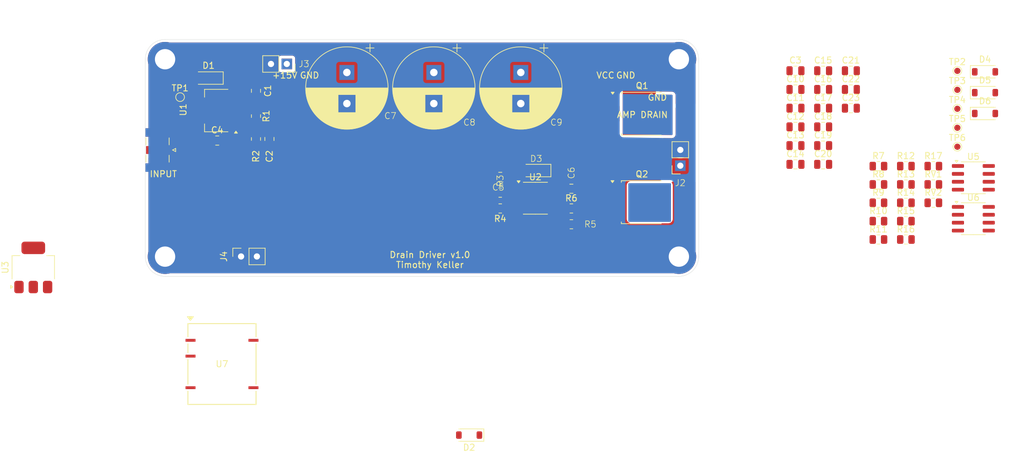
<source format=kicad_pcb>
(kicad_pcb (version 20240108) (generator "pcbnew") (generator_version "8.0")
  (title_block (title "Drain Driver") (date "2024-06-19") (rev "v1.0") (company "openEPR") (comment 1 "Timothy Keller"))
  (layers (0 "F.Cu" signal) (31 "B.Cu" signal) (34 "B.Paste" user) (35 "F.Paste" user) (36 "B.SilkS" user "B.Silkscreen") (37 "F.SilkS" user "F.Silkscreen") (38 "B.Mask" user) (39 "F.Mask" user) (44 "Edge.Cuts" user))
  (net 0 "")
  (net 1 "VCC")
  (net 2 "GND")
  (net 3 "+15V")
  (net 4 "Net-(J1-In)")
  (net 5 "Net-(Q1-G)")
  (net 6 "Net-(D3-K)")
  (net 7 "Net-(Q2-G)")
  (net 8 "~{SD}")
  (net 9 "Net-(U2-HO)")
  (net 10 "Net-(U2-LO)")
  (net 11 "+5V")
  (net 12 "-5V")
  (net 13 "Net-(D2-A)")
  (net 14 "Vd")
  (net 15 "Net-(D5-A)")
  (net 16 "Net-(U5A-+)")
  (net 17 "Vg")
  (net 18 "+3.3V REF")
  (net 19 "-3.3V REF")
  (net 20 "Net-(U6A-+)")
  (net 21 "Net-(U5A--)")
  (net 22 "Net-(U5B--)")
  (net 23 "Net-(R12-Pad2)")
  (net 24 "Net-(R14-Pad1)")
  (net 25 "Net-(U6B--)")
  (net 26 "Net-(U6B-+)")
  (footprint "Diode_SMD:D_SOD-123" (layer "F.Cu") (at 102.826 89.027 180)
    (property "Reference" "D2" (at 0 -2 180) (layer "F.SilkS"))
    (property "Value" "1N5819HW-7-F")
    (pad "1" smd roundrect (at -1.65 0 180) (size 0.9 1.2) (layers "F.Cu" "F.Paste" "F.Mask") (net 3 "+15V"))
    (pad "2" smd roundrect (at 1.65 0 180) (size 0.9 1.2) (layers "F.Cu" "F.Paste" "F.Mask") (net 13 "Net-(D2-A)"))
  )
  (footprint "Resistor_SMD:R_0805_2012Metric" (layer "F.Cu") (at 168.584 45.769)
    (property "Reference" "R7" (at 0 -1.65 0) (layer "F.SilkS"))
    (property "Value" "150")
    (pad "1" smd roundrect (at -0.9125 0) (size 1.025 1.4) (layers "F.Cu" "F.Paste" "F.Mask") (roundrect_rratio 0.243902) (net 11 "+5V"))
    (pad "2" smd roundrect (at 0.9125 0) (size 1.025 1.4) (layers "F.Cu" "F.Paste" "F.Mask") (roundrect_rratio 0.243902) (net 15 "Net-(D5-A)"))
  )
  (footprint "Resistor_SMD:R_0805_2012Metric" (layer "F.Cu") (at 68.58 41.402 -90)
    (property "Reference" "R2" (at 2.794 0 90) (layer "F.SilkS"))
    (property "Value" "2.2k")
    (pad "1" smd roundrect (at -0.9125 0 270) (size 1.025 1.4) (layers "F.Cu" "F.Paste" "F.Mask") (roundrect_rratio 0.243902) (net 13 "Net-(D2-A)"))
    (pad "2" smd roundrect (at 0.9125 0 270) (size 1.025 1.4) (layers "F.Cu" "F.Paste" "F.Mask") (roundrect_rratio 0.243902) (net 2 "GND"))
  )
  (footprint "Resistor_SMD:R_0805_2012Metric" (layer "F.Cu") (at 168.584 51.669)
    (property "Reference" "R9" (at 0 -1.65 0) (layer "F.SilkS"))
    (property "Value" "33")
    (pad "1" smd roundrect (at -0.9125 0) (size 1.025 1.4) (layers "F.Cu" "F.Paste" "F.Mask") (roundrect_rratio 0.243902) (net 21 "Net-(U5A--)"))
    (pad "2" smd roundrect (at 0.9125 0) (size 1.025 1.4) (layers "F.Cu" "F.Paste" "F.Mask") (roundrect_rratio 0.243902) (net 17 "Vg"))
  )
  (footprint "Capacitor_SMD:C_0805_2012Metric" (layer "F.Cu") (at 155.254 36.449)
    (property "Reference" "C11" (at 0 -1.68 0) (layer "F.SilkS"))
    (property "Value" "100nF")
    (pad "1" smd roundrect (at -0.95 0) (size 1 1.45) (layers "F.Cu" "F.Paste" "F.Mask") (net 15 "Net-(D5-A)"))
    (pad "2" smd roundrect (at 0.95 0) (size 1 1.45) (layers "F.Cu" "F.Paste" "F.Mask") (net 2 "GND"))
  )
  (footprint "Capacitor_SMD:C_0805_2012Metric" (layer "F.Cu") (at 155.254 45.479)
    (property "Reference" "C14" (at 0 -1.68 0) (layer "F.SilkS"))
    (property "Value" "100nF")
    (pad "1" smd roundrect (at -0.95 0) (size 1 1.45) (layers "F.Cu" "F.Paste" "F.Mask") (net 12 "-5V"))
    (pad "2" smd roundrect (at 0.95 0) (size 1 1.45) (layers "F.Cu" "F.Paste" "F.Mask") (net 2 "GND"))
  )
  (footprint "TestPoint:TestPoint_Pad_D1.0mm" (layer "F.Cu") (at 181.264 42.649)
    (property "Reference" "TP6" (at 0 -1.448 0) (layer "F.SilkS"))
    (property "Value" "TestPoint")
    (pad "1" smd circle (at 0 0) (size 1 1) (layers "F.Cu" "F.Mask") (net 8 "~{SD}"))
  )
  (footprint "Resistor_SMD:R_0805_2012Metric" (layer "F.Cu") (at 107.823 52.578 180)
    (property "Reference" "R4" (at 0 -1.65 180) (layer "F.SilkS"))
    (property "Value" "10k")
    (pad "1" smd roundrect (at -0.9125 0 180) (size 1.025 1.4) (layers "F.Cu" "F.Paste" "F.Mask") (roundrect_rratio 0.243902) (net 11 "+5V"))
    (pad "2" smd roundrect (at 0.9125 0 180) (size 1.025 1.4) (layers "F.Cu" "F.Paste" "F.Mask") (roundrect_rratio 0.243902) (net 8 "~{SD}"))
  )
  (footprint "Diode_SMD:D_SOD-123" (layer "F.Cu") (at 185.709 37.299)
    (property "Reference" "D6" (at 0 -2 0) (layer "F.SilkS"))
    (property "Value" "D_Zener")
    (pad "1" smd roundrect (at -1.65 0) (size 0.9 1.2) (layers "F.Cu" "F.Paste" "F.Mask") (net 18 "+3.3V REF"))
    (pad "2" smd roundrect (at 1.65 0) (size 0.9 1.2) (layers "F.Cu" "F.Paste" "F.Mask") (net 2 "GND"))
  )
  (footprint "Capacitor_SMD:C_0805_2012Metric" (layer "F.Cu") (at 107.823 47.498 180)
    (property "Reference" "C5" (at 0.315 -1.68 180) (layer "F.SilkS") (effects (font (thickness 0.1))))
    (property "Value" "100nF")
    (pad "1" smd roundrect (at -0.95 0 180) (size 1 1.45) (layers "F.Cu" "F.Paste" "F.Mask") (net 3 "+15V"))
    (pad "2" smd roundrect (at 0.95 0 180) (size 1 1.45) (layers "F.Cu" "F.Paste" "F.Mask") (net 2 "GND"))
  )
  (footprint "TestPoint:TestPoint_Pad_D1.0mm" (layer "F.Cu") (at 181.264 30.449)
    (property "Reference" "TP2" (at 0 -1.448 0) (layer "F.SilkS"))
    (property "Value" "TestPoint")
    (pad "1" smd circle (at 0 0) (size 1 1) (layers "F.Cu" "F.Mask") (net 11 "+5V"))
  )
  (footprint "Capacitor_SMD:C_0805_2012Metric" (layer "F.Cu") (at 164.154 33.439)
    (property "Reference" "C22" (at 0 -1.68 0) (layer "F.SilkS"))
    (property "Value" "100nF")
    (pad "1" smd roundrect (at -0.95 0) (size 1 1.45) (layers "F.Cu" "F.Paste" "F.Mask") (net 12 "-5V"))
    (pad "2" smd roundrect (at 0.95 0) (size 1 1.45) (layers "F.Cu" "F.Paste" "F.Mask") (net 2 "GND"))
  )
  (footprint "Capacitor_SMD:C_0805_2012Metric" (layer "F.Cu") (at 119.253 49.403)
    (property "Reference" "C6" (at -0.000001 -2.54 90) (layer "F.SilkS") (effects (font (thickness 0.1))))
    (property "Value" "100nF")
    (pad "1" smd roundrect (at -0.95 0) (size 1 1.45) (layers "F.Cu" "F.Paste" "F.Mask") (net 6 "Net-(D3-K)"))
    (pad "2" smd roundrect (at 0.95 0) (size 1 1.45) (layers "F.Cu" "F.Paste" "F.Mask") (net 14 "Vd"))
  )
  (footprint "Capacitor_SMD:C_0805_2012Metric" (layer "F.Cu") (at 155.254 33.439)
    (property "Reference" "C10" (at 0 -1.68 0) (layer "F.SilkS"))
    (property "Value" "100nF")
    (pad "1" smd roundrect (at -0.95 0) (size 1 1.45) (layers "F.Cu" "F.Paste" "F.Mask") (net 3 "+15V"))
    (pad "2" smd roundrect (at 0.95 0) (size 1 1.45) (layers "F.Cu" "F.Paste" "F.Mask") (net 2 "GND"))
  )
  (footprint "Diode_SMD:D_SOD-123" (layer "F.Cu") (at 60.96 31.6 180)
    (property "Reference" "D1" (at 0 2.009 180) (layer "F.SilkS"))
    (property "Value" "1N5819HW-7-F")
    (pad "1" smd roundrect (at -1.65 0 180) (size 0.9 1.2) (layers "F.Cu" "F.Paste" "F.Mask") (net 1 "VCC"))
    (pad "2" smd roundrect (at 1.65 0 180) (size 0.9 1.2) (layers "F.Cu" "F.Paste" "F.Mask") (net 3 "+15V"))
  )
  (footprint "Resistor_SMD:R_0805_2012Metric" (layer "F.Cu") (at 172.994 48.719)
    (property "Reference" "R13" (at 0 -1.65 0) (layer "F.SilkS"))
    (property "Value" "33")
    (pad "1" smd roundrect (at -0.9125 0) (size 1.025 1.4) (layers "F.Cu" "F.Paste" "F.Mask") (roundrect_rratio 0.243902) (net 23 "Net-(R12-Pad2)"))
    (pad "2" smd roundrect (at 0.9125 0) (size 1.025 1.4) (layers "F.Cu" "F.Paste" "F.Mask") (roundrect_rratio 0.243902) (net 19 "-3.3V REF"))
  )
  (footprint "Capacitor_SMD:C_0805_2012Metric" (layer "F.Cu") (at 62.357 41.656)
    (property "Reference" "C4" (at 0 -1.68 0) (layer "F.SilkS"))
    (property "Value" "10uF")
    (pad "1" smd roundrect (at -0.95 0) (size 1 1.45) (layers "F.Cu" "F.Paste" "F.Mask") (net 3 "+15V"))
    (pad "2" smd roundrect (at 0.95 0) (size 1 1.45) (layers "F.Cu" "F.Paste" "F.Mask") (net 2 "GND"))
  )
  (footprint "Connector_PinSocket_2.54mm:PinSocket_1x02_P2.54mm_Vertical" (layer "F.Cu") (at 136.754 45.7 180)
    (property "Reference" "J2" (at 0 -2.77 180) (layer "F.SilkS") (effects (font (thickness 0.1))))
    (property "Value" "Conn_01x02_Socket" (hide yes))
    (pad "1" thru_hole rect (at 0 0 180) (size 1.7 1.7) (drill 1) (layers "*.Cu" "*.Mask") (net 14 "Vd"))
    (pad "2" thru_hole oval (at 0 2.54 180) (size 1.7 1.7) (drill 1) (layers "*.Cu" "*.Mask") (net 2 "GND"))
  )
  (footprint "_tim-Mounting-Holes:4-40_Hole_Pad" (layer "F.Cu") (at 53.975 60.325)
    (property "Reference" "H4" (hide yes))
    (property "Value" "4-40")
    (pad "1" thru_hole circle (at 0 0) (size 5.5626 5.5626) (drill 3.2639) (layers "*.Cu" "*.Mask") (net 2 "GND"))
  )
  (footprint "Diode_SMD:D_SOD-123" (layer "F.Cu") (at 185.709 30.599)
    (property "Reference" "D4" (at 0 -2 0) (layer "F.SilkS"))
    (property "Value" "1N5819HW-7-F")
    (pad "1" smd roundrect (at -1.65 0) (size 0.9 1.2) (layers "F.Cu" "F.Paste" "F.Mask") (net 3 "+15V"))
    (pad "2" smd roundrect (at 1.65 0) (size 0.9 1.2) (layers "F.Cu" "F.Paste" "F.Mask") (net 11 "+5V"))
  )
  (footprint "Package_TO_SOT_SMD:SOT-223-3_TabPin2" (layer "F.Cu") (at 32.8035 62.0655 90)
    (property "Reference" "U3" (at 0 -4.5 270) (layer "F.SilkS"))
    (property "Value" "LM317_SOT-223")
    (pad "1" smd roundrect (at -3.15 -2.3 90) (size 2 1.5) (layers "F.Cu" "F.Paste" "F.Mask") (net 15 "Net-(D5-A)"))
    (pad "2" smd roundrect (at -3.15 0 90) (size 2 1.5) (layers "F.Cu" "F.Paste" "F.Mask") (net 11 "+5V"))
    (pad "2" smd roundrect (at 3.15 0 90) (size 2 3.8) (layers "F.Cu" "F.Paste" "F.Mask") (net 11 "+5V"))
    (pad "3" smd roundrect (at -3.15 2.3 90) (size 2 1.5) (layers "F.Cu" "F.Paste" "F.Mask") (net 3 "+15V"))
  )
  (footprint "Resistor_SMD:R_0805_2012Metric" (layer "F.Cu") (at 68.58 37.719 -90)
    (property "Reference" "R1" (at 0 -1.65 90) (layer "F.SilkS"))
    (property "Value" "220")
    (pad "1" smd roundrect (at -0.9125 0 270) (size 1.025 1.4) (layers "F.Cu" "F.Paste" "F.Mask") (roundrect_rratio 0.243902) (net 3 "+15V"))
    (pad "2" smd roundrect (at 0.9125 0 270) (size 1.025 1.4) (layers "F.Cu" "F.Paste" "F.Mask") (roundrect_rratio 0.243902) (net 13 "Net-(D2-A)"))
  )
  (footprint "Capacitor_THT:CP_Radial_D13.0mm_P5.00mm" (layer "F.Cu") (at 97.155 30.704784 -90)
    (property "Reference" "C8" (at 8.030216 -5.715 180) (layer "F.SilkS") (effects (font (thickness 0.1))))
    (property "Value" "1000uF")
    (pad "1" thru_hole rect (at 0 0 270) (size 2.4 2.4) (drill 1.2) (layers "*.Cu" "*.Mask") (net 1 "VCC"))
    (pad "2" thru_hole circle (at 5 0 270) (size 2.4 2.4) (drill 1.2) (layers "*.Cu" "*.Mask") (net 2 "GND"))
  )
  (footprint "Capacitor_SMD:C_0805_2012Metric" (layer "F.Cu") (at 159.704 45.479)
    (property "Reference" "C20" (at 0 -1.68 0) (layer "F.SilkS"))
    (property "Value" "100nF")
    (pad "1" smd roundrect (at -0.95 0) (size 1 1.45) (layers "F.Cu" "F.Paste" "F.Mask") (net 19 "-3.3V REF"))
    (pad "2" smd roundrect (at 0.95 0) (size 1 1.45) (layers "F.Cu" "F.Paste" "F.Mask") (net 2 "GND"))
  )
  (footprint "_tim-Mounting-Holes:4-40_Hole_Pad" (layer "F.Cu") (at 136.525 60.325)
    (property "Reference" "H3" (hide yes))
    (property "Value" "4-40")
    (pad "1" thru_hole circle (at 0 0) (size 5.5626 5.5626) (drill 3.2639) (layers "*.Cu" "*.Mask") (net 2 "GND"))
  )
  (footprint "Capacitor_SMD:C_0805_2012Metric" (layer "F.Cu") (at 155.254 42.469)
    (property "Reference" "C13" (at 0 -1.68 0) (layer "F.SilkS"))
    (property "Value" "100nF")
    (pad "1" smd roundrect (at -0.95 0) (size 1 1.45) (layers "F.Cu" "F.Paste" "F.Mask") (net 11 "+5V"))
    (pad "2" smd roundrect (at 0.95 0) (size 1 1.45) (layers "F.Cu" "F.Paste" "F.Mask") (net 2 "GND"))
  )
  (footprint "Connector_PinSocket_2.54mm:PinSocket_1x02_P2.54mm_Vertical" (layer "F.Cu") (at 73.533 29.337 -90)
    (property "Reference" "J3" (at 0 -2.77 180) (layer "F.SilkS") (effects (font (thickness 0.1))))
    (property "Value" "Conn_01x02_Socket" (hide yes))
    (pad "1" thru_hole rect (at 0 0 270) (size 1.7 1.7) (drill 1) (layers "*.Cu" "*.Mask") (net 1 "VCC"))
    (pad "2" thru_hole oval (at 0 2.54 270) (size 1.7 1.7) (drill 1) (layers "*.Cu" "*.Mask") (net 2 "GND"))
  )
  (footprint "Resistor_SMD:R_0805_2012Metric" (layer "F.Cu") (at 177.404 45.769)
    (property "Reference" "R17" (at 0 -1.65 0) (layer "F.SilkS"))
    (property "Value" "10k")
    (pad "1" smd roundrect (at -0.9125 0) (size 1.025 1.4) (layers "F.Cu" "F.Paste" "F.Mask") (roundrect_rratio 0.243902) (net 2 "GND"))
    (pad "2" smd roundrect (at 0.9125 0) (size 1.025 1.4) (layers "F.Cu" "F.Paste" "F.Mask") (roundrect_rratio 0.243902) (net 26 "Net-(U6B-+)"))
  )
  (footprint "Package_SO:SOIC-8_3.9x4.9mm_P1.27mm" (layer "F.Cu") (at 113.473 50.927)
    (property "Reference" "U2" (at 0 -3.4 0) (layer "F.SilkS"))
    (property "Value" "IRS2008S")
    (pad "1" smd roundrect (at -2.475 -1.905) (size 1.95 0.6) (layers "F.Cu" "F.Paste" "F.Mask") (net 3 "+15V"))
    (pad "2" smd roundrect (at -2.475 -0.635) (size 1.95 0.6) (layers "F.Cu" "F.Paste" "F.Mask") (net 4 "Net-(J1-In)"))
    (pad "3" smd roundrect (at -2.475 0.635) (size 1.95 0.6) (layers "F.Cu" "F.Paste" "F.Mask") (net 8 "~{SD}"))
    (pad "4" smd roundrect (at -2.475 1.905) (size 1.95 0.6) (layers "F.Cu" "F.Paste" "F.Mask") (net 2 "GND"))
    (pad "5" smd roundrect (at 2.475 1.905) (size 1.95 0.6) (layers "F.Cu" "F.Paste" "F.Mask") (net 10 "Net-(U2-LO)"))
    (pad "6" smd roundrect (at 2.475 0.635) (size 1.95 0.6) (layers "F.Cu" "F.Paste" "F.Mask") (net 14 "Vd"))
    (pad "7" smd roundrect (at 2.475 -0.635) (size 1.95 0.6) (layers "F.Cu" "F.Paste" "F.Mask") (net 9 "Net-(U2-HO)"))
    (pad "8" smd roundrect (at 2.475 -1.905) (size 1.95 0.6) (layers "F.Cu" "F.Paste" "F.Mask") (net 6 "Net-(D3-K)"))
  )
  (footprint "Resistor_SMD:R_0805_2012Metric" (layer "F.Cu") (at 168.584 57.569)
    (property "Reference" "R11" (at 0 -1.65 0) (layer "F.SilkS"))
    (property "Value" "10k")
    (pad "1" smd roundrect (at -0.9125 0) (size 1.025 1.4) (layers "F.Cu" "F.Paste" "F.Mask") (roundrect_rratio 0.243902) (net 18 "+3.3V REF"))
    (pad "2" smd roundrect (at 0.9125 0) (size 1.025 1.4) (layers "F.Cu" "F.Paste" "F.Mask") (roundrect_rratio 0.243902) (net 22 "Net-(U5B--)"))
  )
  (footprint "Resistor_SMD:R_0805_2012Metric" (layer "F.Cu") (at 172.994 57.569)
    (property "Reference" "R16" (at 0 -1.65 0) (layer "F.SilkS"))
    (property "Value" "10k")
    (pad "1" smd roundrect (at -0.9125 0) (size 1.025 1.4) (layers "F.Cu" "F.Paste" "F.Mask") (roundrect_rratio 0.243902) (net 11 "+5V"))
    (pad "2" smd roundrect (at 0.9125 0) (size 1.025 1.4) (layers "F.Cu" "F.Paste" "F.Mask") (roundrect_rratio 0.243902) (net 25 "Net-(U6B--)"))
  )
  (footprint "TestPoint:TestPoint_Pad_D1.0mm" (layer "F.Cu") (at 181.264 33.499)
    (property "Reference" "TP3" (at 0 -1.448 0) (layer "F.SilkS"))
    (property "Value" "TestPoint")
    (pad "1" smd circle (at 0 0) (size 1 1) (layers "F.Cu" "F.Mask") (net 18 "+3.3V REF"))
  )
  (footprint "Connector_PinSocket_2.54mm:PinSocket_1x02_P2.54mm_Vertical" (layer "F.Cu") (at 66.187 60.3 90)
    (property "Reference" "J4" (at 0 -2.77 270) (layer "F.SilkS"))
    (property "Value" "Conn_01x02_Socket")
    (pad "1" thru_hole rect (at 0 0 90) (size 1.7 1.7) (drill 1) (layers "*.Cu" "*.Mask") (net 17 "Vg"))
    (pad "2" thru_hole oval (at 0 2.54 90) (size 1.7 1.7) (drill 1) (layers "*.Cu" "*.Mask") (net 2 "GND"))
  )
  (footprint "Diode_SMD:D_SOD-123" (layer "F.Cu") (at 113.6 46.482 180)
    (property "Reference" "D3" (at 0 1.905 180) (layer "F.SilkS") (effects (font (thickness 0.1))))
    (property "Value" "1N5819HW-7-F")
    (pad "1" smd roundrect (at -1.65 0 180) (size 0.9 1.2) (layers "F.Cu" "F.Paste" "F.Mask") (net 6 "Net-(D3-K)"))
    (pad "2" smd roundrect (at 1.65 0 180) (size 0.9 1.2) (layers "F.Cu" "F.Paste" "F.Mask") (net 3 "+15V"))
  )
  (footprint "Package_SO:SOIC-8_3.9x4.9mm_P1.27mm" (layer "F.Cu") (at 183.834 47.649)
    (property "Reference" "U5" (at 0 -3.4 0) (layer "F.SilkS"))
    (property "Value" "LT1804")
    (pad "1" smd roundrect (at -2.475 -1.905) (size 1.95 0.6) (layers "F.Cu" "F.Paste" "F.Mask") (net 21 "Net-(U5A--)"))
    (pad "2" smd roundrect (at -2.475 -0.635) (size 1.95 0.6) (layers "F.Cu" "F.Paste" "F.Mask") (net 21 "Net-(U5A--)"))
    (pad "3" smd roundrect (at -2.475 0.635) (size 1.95 0.6) (layers "F.Cu" "F.Paste" "F.Mask") (net 16 "Net-(U5A-+)"))
    (pad "4" smd roundrect (at -2.475 1.905) (size 1.95 0.6) (layers "F.Cu" "F.Paste" "F.Mask") (net 12 "-5V"))
    (pad "5" smd roundrect (at 2.475 1.905) (size 1.95 0.6) (layers "F.Cu" "F.Paste" "F.Mask") (net 2 "GND"))
    (pad "6" smd roundrect (at 2.475 0.635) (size 1.95 0.6) (layers "F.Cu" "F.Paste" "F.Mask") (net 22 "Net-(U5B--)"))
    (pad "7" smd roundrect (at 2.475 -0.635) (size 1.95 0.6) (layers "F.Cu" "F.Paste" "F.Mask") (net 23 "Net-(R12-Pad2)"))
    (pad "8" smd roundrect (at 2.475 -1.905) (size 1.95 0.6) (layers "F.Cu" "F.Paste" "F.Mask") (net 11 "+5V"))
  )
  (footprint "Capacitor_SMD:C_0805_2012Metric" (layer "F.Cu") (at 68.58 33.655 90)
    (property "Reference" "C1" (at 0 1.905 270) (layer "F.SilkS"))
    (property "Value" "100nF")
    (pad "1" smd roundrect (at -0.95 0 90) (size 1 1.45) (layers "F.Cu" "F.Paste" "F.Mask") (net 1 "VCC"))
    (pad "2" smd roundrect (at 0.95 0 90) (size 1 1.45) (layers "F.Cu" "F.Paste" "F.Mask") (net 2 "GND"))
  )
  (footprint "Capacitor_SMD:C_0805_2012Metric" (layer "F.Cu") (at 155.254 39.459)
    (property "Reference" "C12" (at 0 -1.68 0) (layer "F.SilkS"))
    (property "Value" "10uF")
    (pad "1" smd roundrect (at -0.95 0) (size 1 1.45) (layers "F.Cu" "F.Paste" "F.Mask") (net 11 "+5V"))
    (pad "2" smd roundrect (at 0.95 0) (size 1 1.45) (layers "F.Cu" "F.Paste" "F.Mask") (net 2 "GND"))
  )
  (footprint "Resistor_SMD:R_0805_2012Metric" (layer "F.Cu") (at 168.584 48.719)
    (property "Reference" "R8" (at 0 -1.65 0) (layer "F.SilkS"))
    (property "Value" "470")
    (pad "1" smd roundrect (at -0.9125 0) (size 1.025 1.4) (layers "F.Cu" "F.Paste" "F.Mask") (roundrect_rratio 0.243902) (net 15 "Net-(D5-A)"))
    (pad "2" smd roundrect (at 0.9125 0) (size 1.025 1.4) (layers "F.Cu" "F.Paste" "F.Mask") (roundrect_rratio 0.243902) (net 2 "GND"))
  )
  (footprint "TestPoint:TestPoint_Pad_D1.0mm" (layer "F.Cu") (at 181.264 36.549)
    (property "Reference" "TP4" (at 0 -1.448 0) (layer "F.SilkS"))
    (property "Value" "TestPoint")
    (pad "1" smd circle (at 0 0) (size 1 1) (layers "F.Cu" "F.Mask") (net 19 "-3.3V REF"))
  )
  (footprint "Capacitor_SMD:C_0805_2012Metric" (layer "F.Cu") (at 159.704 36.449)
    (property "Reference" "C17" (at 0 -1.68 0) (layer "F.SilkS"))
    (property "Value" "10uF")
    (pad "1" smd roundrect (at -0.95 0) (size 1 1.45) (layers "F.Cu" "F.Paste" "F.Mask") (net 2 "GND"))
    (pad "2" smd roundrect (at 0.95 0) (size 1 1.45) (layers "F.Cu" "F.Paste" "F.Mask") (net 12 "-5V"))
  )
  (footprint "Resistor_SMD:R_0805_2012Metric" (layer "F.Cu") (at 119.253 55.118)
    (property "Reference" "R5" (at 3.048 0 0) (layer "F.SilkS") (effects (font (thickness 0.1))))
    (property "Value" "33")
    (pad "1" smd roundrect (at -0.9125 0) (size 1.025 1.4) (layers "F.Cu" "F.Paste" "F.Mask") (roundrect_rratio 0.243902439) (net 9 "Net-(U2-HO)"))
    (pad "2" smd roundrect (at 0.9125 0) (size 1.025 1.4) (layers "F.Cu" "F.Paste" "F.Mask") (roundrect_rratio 0.243902439) (net 5 "Net-(Q1-G)"))
  )
  (footprint "Package_TO_SOT_SMD:SOT-223-3_TabPin2" (layer "F.Cu") (at 62.23 36.83 180)
    (property "Reference" "U1" (at 5.334 0.127 -90) (layer "F.SilkS"))
    (property "Value" "LM317_SOT-223")
    (pad "1" smd roundrect (at -3.15 -2.3 180) (size 2 1.5) (layers "F.Cu" "F.Paste" "F.Mask") (net 13 "Net-(D2-A)"))
    (pad "2" smd roundrect (at -3.15 0 180) (size 2 1.5) (layers "F.Cu" "F.Paste" "F.Mask") (net 3 "+15V"))
    (pad "2" smd roundrect (at 3.15 0 180) (size 2 3.8) (layers "F.Cu" "F.Paste" "F.Mask") (net 3 "+15V"))
    (pad "3" smd roundrect (at -3.15 2.3 180) (size 2 1.5) (layers "F.Cu" "F.Paste" "F.Mask") (net 1 "VCC"))
  )
  (footprint "Resistor_SMD:R_0805_2012Metric" (layer "F.Cu") (at 119.253 52.578)
    (property "Reference" "R6" (at 0 -1.65 0) (layer "F.SilkS"))
    (property "Value" "33")
    (pad "1" smd roundrect (at -0.9125 0) (size 1.025 1.4) (layers "F.Cu" "F.Paste" "F.Mask") (roundrect_rratio 0.243902) (net 10 "Net-(U2-LO)"))
    (pad "2" smd roundrect (at 0.9125 0) (size 1.025 1.4) (layers "F.Cu" "F.Paste" "F.Mask") (roundrect_rratio 0.243902) (net 7 "Net-(Q2-G)"))
  )
  (footprint "Capacitor_SMD:C_0805_2012Metric" (layer "F.Cu") (at 159.704 39.459)
    (property "Reference" "C18" (at 0 -1.68 0) (layer "F.SilkS"))
    (property "Value" "10uF")
    (pad "1" smd roundrect (at -0.95 0) (size 1 1.45) (layers "F.Cu" "F.Paste" "F.Mask") (net 11 "+5V"))
    (pad "2" smd roundrect (at 0.95 0) (size 1 1.45) (layers "F.Cu" "F.Paste" "F.Mask") (net 2 "GND"))
  )
  (footprint "Resistor_SMD:R_0805_2012Metric" (layer "F.Cu") (at 168.584 54.619)
    (property "Reference" "R10" (at 0 -1.65 0) (layer "F.SilkS"))
    (property "Value" "150")
    (pad "1" smd roundrect (at -0.9125 0) (size 1.025 1.4) (layers "F.Cu" "F.Paste" "F.Mask") (roundrect_rratio 0.243902) (net 11 "+5V"))
    (pad "2" smd roundrect (at 0.9125 0) (size 1.025 1.4) (layers "F.Cu" "F.Paste" "F.Mask") (roundrect_rratio 0.243902) (net 18 "+3.3V REF"))
  )
  (footprint "Capacitor_THT:CP_Radial_D13.0mm_P5.00mm" (layer "F.Cu") (at 83.185 30.704784 -90)
    (property "Reference" "C7" (at 6.985 -6.985 180) (layer "F.SilkS") (effects (font (thickness 0.1))))
    (property "Value" "1000uF")
    (pad "1" thru_hole rect (at 0 0 270) (size 2.4 2.4) (drill 1.2) (layers "*.Cu" "*.Mask") (net 1 "VCC"))
    (pad "2" thru_hole circle (at 5 0 270) (size 2.4 2.4) (drill 1.2) (layers "*.Cu" "*.Mask") (net 2 "GND"))
  )
  (footprint "Capacitor_SMD:C_0805_2012Metric" (layer "F.Cu") (at 159.704 42.469)
    (property "Reference" "C19" (at 0 -1.68 0) (layer "F.SilkS"))
    (property "Value" "100nF")
    (pad "1" smd roundrect (at -0.95 0) (size 1 1.45) (layers "F.Cu" "F.Paste" "F.Mask") (net 18 "+3.3V REF"))
    (pad "2" smd roundrect (at 0.95 0) (size 1 1.45) (layers "F.Cu" "F.Paste" "F.Mask") (net 2 "GND"))
  )
  (footprint "Capacitor_SMD:C_0805_2012Metric" (layer "F.Cu") (at 159.704 30.429)
    (property "Reference" "C15" (at 0 -1.68 0) (layer "F.SilkS"))
    (property "Value" "100nF")
    (pad "1" smd roundrect (at -0.95 0) (size 1 1.45) (layers "F.Cu" "F.Paste" "F.Mask") (net 16 "Net-(U5A-+)"))
    (pad "2" smd roundrect (at 0.95 0) (size 1 1.45) (layers "F.Cu" "F.Paste" "F.Mask") (net 2 "GND"))
  )
  (footprint "Capacitor_SMD:C_0805_2012Metric" (layer "F.Cu") (at 164.154 30.429)
    (property "Reference" "C21" (at 0 -1.68 0) (layer "F.SilkS"))
    (property "Value" "100nF")
    (pad "1" smd roundrect (at -0.95 0) (size 1 1.45) (layers "F.Cu" "F.Paste" "F.Mask") (net 11 "+5V"))
    (pad "2" smd roundrect (at 0.95 0) (size 1 1.45) (layers "F.Cu" "F.Paste" "F.Mask") (net 2 "GND"))
  )
  (footprint "Package_TO_SOT_SMD:TO-252-2" (layer "F.Cu") (at 130.615 37.343)
    (property "Reference" "Q1" (at 0 -4.5 360) (layer "F.SilkS"))
    (property "Value" "NVD360N65S3T4G")
    (pad "1" smd roundrect (at -5.04 -2.28) (size 2.2 1.2) (layers "F.Cu" "F.Paste" "F.Mask") (roundrect_rratio 0.208333) (net 5 "Net-(Q1-G)"))
    (pad "2" smd roundrect (at -0.415 -1.525) (size 3.05 2.75) (layers "F.Cu" "F.Paste") (roundrect_rratio 0.090909) (net 1 "VCC"))
    (pad "2" smd roundrect (at -0.415 1.525) (size 3.05 2.75) (layers "F.Cu" "F.Paste") (roundrect_rratio 0.090909) (net 1 "VCC"))
    (pad "2" smd roundrect (at 1.26 0) (size 6.4 5.8) (layers "F.Cu" "F.Mask") (roundrect_rratio 0.043103) (net 1 "VCC"))
    (pad "2" smd roundrect (at 2.935 -1.525) (size 3.05 2.75) (layers "F.Cu" "F.Paste") (roundrect_rratio 0.090909) (net 1 "VCC"))
    (pad "2" smd roundrect (at 2.935 1.525) (size 3.05 2.75) (layers "F.Cu" "F.Paste") (roundrect_rratio 0.090909) (net 1 "VCC"))
    (pad "3" smd roundrect (at -5.04 2.28) (size 2.2 1.2) (layers "F.Cu" "F.Paste" "F.Mask") (roundrect_rratio 0.208333) (net 14 "Vd"))
  )
  (footprint "Capacitor_SMD:C_0805_2012Metric" (layer "F.Cu") (at 159.704 33.439)
    (property "Reference" "C16" (at 0 -1.68 0) (layer "F.SilkS"))
    (property "Value" "100nF")
    (pad "1" smd roundrect (at -0.95 0) (size 1 1.45) (layers "F.Cu" "F.Paste" "F.Mask") (net 17 "Vg"))
    (pad "2" smd roundrect (at 0.95 0) (size 1 1.45) (layers "F.Cu" "F.Paste" "F.Mask") (net 2 "GND"))
  )
  (footprint "Resistor_SMD:R_0805_2012Metric" (layer "F.Cu") (at 172.994 54.619)
    (property "Reference" "R15" (at 0 -1.65 0) (layer "F.SilkS"))
    (property "Value" "10k")
    (pad "1" smd roundrect (at -0.9125 0) (size 1.025 1.4) (layers "F.Cu" "F.Paste" "F.Mask") (roundrect_rratio 0.243902) (net 8 "~{SD}"))
    (pad "2" smd roundrect (at 0.9125 0) (size 1.025 1.4) (layers "F.Cu" "F.Paste" "F.Mask") (roundrect_rratio 0.243902) (net 2 "GND"))
  )
  (footprint "Connector_Coaxial:SMA_Samtec_SMA-J-P-X-ST-EM1_EdgeMount" (layer "F.Cu") (at 52.9225 43.18 -90)
    (property "Reference" "J1" (hide yes))
    (property "Value" "SMA-J-P-H-ST-EM1")
    (pad "1" smd rect (at 0 0.2 270) (size 1.27 3.6) (layers "F.Cu" "F.Paste" "F.Mask") (net 4 "Net-(J1-In)"))
    (pad "2" smd rect (at -2.825 0 270) (size 1.35 4.2) (layers "F.Cu" "F.Paste" "F.Mask") (net 2 "GND"))
    (pad "2" smd rect (at -2.825 0 270) (size 1.35 4.2) (layers "B.Cu" "B.Paste" "B.Mask") (net 2 "GND"))
    (pad "2" smd rect (at 2.825 0 270) (size 1.35 4.2) (layers "F.Cu" "F.Paste" "F.Mask") (net 2 "GND"))
    (pad "2" smd rect (at 2.825 0 270) (size 1.35 4.2) (layers "B.Cu" "B.Paste" "B.Mask") (net 2 "GND"))
  )
  (footprint "Diode_SMD:D_SOD-123" (layer "F.Cu") (at 185.709 33.949)
    (property "Reference" "D5" (at 0 -2 0) (layer "F.SilkS"))
    (property "Value" "1N5819HW-7-F")
    (pad "1" smd roundrect (at -1.65 0) (size 0.9 1.2) (layers "F.Cu" "F.Paste" "F.Mask") (net 11 "+5V"))
    (pad "2" smd roundrect (at 1.65 0) (size 0.9 1.2) (layers "F.Cu" "F.Paste" "F.Mask") (net 15 "Net-(D5-A)"))
  )
  (footprint "Package_TO_SOT_SMD:TO-252-2" (layer "F.Cu") (at 130.585 51.567)
    (property "Reference" "Q2" (at 0 -4.5 360) (layer "F.SilkS"))
    (property "Value" "NVD360N65S3T4G")
    (pad "1" smd roundrect (at -5.04 -2.28) (size 2.2 1.2) (layers "F.Cu" "F.Paste" "F.Mask") (roundrect_rratio 0.208333) (net 7 "Net-(Q2-G)"))
    (pad "2" smd roundrect (at -0.415 -1.525) (size 3.05 2.75) (layers "F.Cu" "F.Paste") (roundrect_rratio 0.090909) (net 14 "Vd"))
    (pad "2" smd roundrect (at -0.415 1.525) (size 3.05 2.75) (layers "F.Cu" "F.Paste") (roundrect_rratio 0.090909) (net 14 "Vd"))
    (pad "2" smd roundrect (at 1.26 0) (size 6.4 5.8) (layers "F.Cu" "F.Mask") (roundrect_rratio 0.043103) (net 14 "Vd"))
    (pad "2" smd roundrect (at 2.935 -1.525) (size 3.05 2.75) (layers "F.Cu" "F.Paste") (roundrect_rratio 0.090909) (net 14 "Vd"))
    (pad "2" smd roundrect (at 2.935 1.525) (size 3.05 2.75) (layers "F.Cu" "F.Paste") (roundrect_rratio 0.090909) (net 14 "Vd"))
    (pad "3" smd roundrect (at -5.04 2.28) (size 2.2 1.2) (layers "F.Cu" "F.Paste" "F.Mask") (roundrect_rratio 0.208333) (net 2 "GND"))
  )
  (footprint "Capacitor_THT:CP_Radial_D13.0mm_P5.00mm" (layer "F.Cu") (at 111.125 30.704784 -90)
    (property "Reference" "C9" (at 8.030216 -5.715 180) (layer "F.SilkS") (effects (font (thickness 0.1))))
    (property "Value" "1000uF")
    (pad "1" thru_hole rect (at 0 0 270) (size 2.4 2.4) (drill 1.2) (layers "*.Cu" "*.Mask") (net 1 "VCC"))
    (pad "2" thru_hole circle (at 5 0 270) (size 2.4 2.4) (drill 1.2) (layers "*.Cu" "*.Mask") (net 2 "GND"))
  )
  (footprint "_tim-Mounting-Holes:4-40_Hole_Pad" (layer "F.Cu") (at 136.525 28.575)
    (property "Reference" "H1" (hide yes))
    (property "Value" "4-40")
    (pad "1" thru_hole circle (at 0 0) (size 5.5626 5.5626) (drill 3.2639) (layers "*.Cu" "*.Mask") (net 2 "GND"))
  )
  (footprint "TestPoint:TestPoint_Pad_D1.0mm" (layer "F.Cu") (at 181.264 39.599)
    (property "Reference" "TP5" (at 0 -1.448 0) (layer "F.SilkS"))
    (property "Value" "TestPoint")
    (pad "1" smd circle (at 0 0) (size 1 1) (layers "F.Cu" "F.Mask") (net 20 "Net-(U6A-+)"))
  )
  (footprint "Capacitor_SMD:C_0805_2012Metric" (layer "F.Cu") (at 155.254 30.429)
    (property "Reference" "C3" (at 0 -1.68 0) (layer "F.SilkS"))
    (property "Value" "10uF")
    (pad "1" smd roundrect (at -0.95 0) (size 1 1.45) (layers "F.Cu" "F.Paste" "F.Mask") (net 3 "+15V"))
    (pad "2" smd roundrect (at 0.95 0) (size 1 1.45) (layers "F.Cu" "F.Paste" "F.Mask") (net 2 "GND"))
  )
  (footprint "Capacitor_SMD:C_0805_2012Metric" (layer "F.Cu") (at 164.154 36.449)
    (property "Reference" "C23" (at 0 -1.68 0) (layer "F.SilkS"))
    (property "Value" "100nF")
    (pad "1" smd roundrect (at -0.95 0) (size 1 1.45) (layers "F.Cu" "F.Paste" "F.Mask") (net 2 "GND"))
    (pad "2" smd roundrect (at 0.95 0) (size 1 1.45) (layers "F.Cu" "F.Paste" "F.Mask") (net 20 "Net-(U6A-+)"))
  )
  (footprint "Resistor_SMD:R_0805_2012Metric" (layer "F.Cu") (at 177.404 48.719)
    (property "Reference" "RV1" (at 0 -1.65 0) (layer "F.SilkS"))
    (property "Value" "10k")
    (pad "1" smd roundrect (at -0.9125 0) (size 1.025 1.4) (layers "F.Cu" "F.Paste" "F.Mask") (roundrect_rratio 0.243902) (net 11 "+5V"))
    (pad "2" smd roundrect (at 0.9125 0) (size 1.025 1.4) (layers "F.Cu" "F.Paste" "F.Mask") (roundrect_rratio 0.243902) (net 16 "Net-(U5A-+)"))
  )
  (footprint "Resistor_SMD:R_0805_2012Metric" (layer "F.Cu") (at 172.994 45.769)
    (property "Reference" "R12" (at 0 -1.65 0) (layer "F.SilkS"))
    (property "Value" "10k")
    (pad "1" smd roundrect (at -0.9125 0) (size 1.025 1.4) (layers "F.Cu" "F.Paste" "F.Mask") (roundrect_rratio 0.243902) (net 22 "Net-(U5B--)"))
    (pad "2" smd roundrect (at 0.9125 0) (size 1.025 1.4) (layers "F.Cu" "F.Paste" "F.Mask") (roundrect_rratio 0.243902) (net 23 "Net-(R12-Pad2)"))
  )
  (footprint "Resistor_SMD:R_0805_2012Metric" (layer "F.Cu") (at 172.994 51.669)
    (property "Reference" "R14" (at 0 -1.65 0) (layer "F.SilkS"))
    (property "Value" "10k")
    (pad "1" smd roundrect (at -0.9125 0) (size 1.025 1.4) (layers "F.Cu" "F.Paste" "F.Mask") (roundrect_rratio 0.243902) (net 24 "Net-(R14-Pad1)"))
    (pad "2" smd roundrect (at 0.9125 0) (size 1.025 1.4) (layers "F.Cu" "F.Paste" "F.Mask") (roundrect_rratio 0.243902) (net 8 "~{SD}"))
  )
  (footprint "_tim-Mounting-Holes:4-40_Hole_Pad" (layer "F.Cu") (at 53.975 28.575)
    (property "Reference" "H2" (hide yes))
    (property "Value" "4-40")
    (pad "1" thru_hole circle (at 0 0) (size 5.5626 5.5626) (drill 3.2639) (layers "*.Cu" "*.Mask") (net 2 "GND"))
  )
  (footprint "Resistor_SMD:R_0805_2012Metric" (layer "F.Cu") (at 107.823 50.038 180)
    (property "Reference" "R3" (at 0 1.905 -90) (layer "F.SilkS") (effects (font (thickness 0.1))))
    (property "Value" "10k")
    (pad "1" smd roundrect (at -0.9125 0 180) (size 1.025 1.4) (layers "F.Cu" "F.Paste" "F.Mask") (roundrect_rratio 0.243902439) (net 4 "Net-(J1-In)"))
    (pad "2" smd roundrect (at 0.9125 0 180) (size 1.025 1.4) (layers "F.Cu" "F.Paste" "F.Mask") (roundrect_rratio 0.243902439) (net 2 "GND"))
  )
  (footprint "Package_SO:SOIC-8_3.9x4.9mm_P1.27mm" (layer "F.Cu") (at 183.834 54.229)
    (property "Reference" "U6" (at 0 -3.4 0) (layer "F.SilkS"))
    (property "Value" "LM393")
    (pad "1" smd roundrect (at -2.475 -1.905) (size 1.95 0.6) (layers "F.Cu" "F.Paste" "F.Mask") (net 24 "Net-(R14-Pad1)"))
    (pad "2" smd roundrect (at -2.475 -0.635) (size 1.95 0.6) (layers "F.Cu" "F.Paste" "F.Mask") (net 17 "Vg"))
    (pad "3" smd roundrect (at -2.475 0.635) (size 1.95 0.6) (layers "F.Cu" "F.Paste" "F.Mask") (net 20 "Net-(U6A-+)"))
    (pad "4" smd roundrect (at -2.475 1.905) (size 1.95 0.6) (layers "F.Cu" "F.Paste" "F.Mask") (net 12 "-5V"))
    (pad "5" smd roundrect (at 2.475 1.905) (size 1.95 0.6) (layers "F.Cu" "F.Paste" "F.Mask") (net 26 "Net-(U6B-+)"))
    (pad "6" smd roundrect (at 2.475 0.635) (size 1.95 0.6) (layers "F.Cu" "F.Paste" "F.Mask") (net 25 "Net-(U6B--)"))
    (pad "7" smd roundrect (at 2.475 -0.635) (size 1.95 0.6) (layers "F.Cu" "F.Paste" "F.Mask"))
    (pad "8" smd roundrect (at 2.475 -1.905) (size 1.95 0.6) (layers "F.Cu" "F.Paste" "F.Mask") (net 11 "+5V"))
  )
  (footprint "_tim-DC-DC:R1SE_SMD5_12.75X10.7X6.7_SINGLE_RCP" (layer "F.Cu") (at 63.119 77.597)
    (property "Reference" "U7" (at 0 0 0) (layer "F.SilkS"))
    (property "Value" "R1SE")
    (pad "1" smd rect (at -5.0546 -3.81) (size 1.6002 0.4572) (layers "F.Cu" "F.Paste" "F.Mask") (net 2 "GND"))
    (pad "2" smd rect (at -5.0546 -1.27) (size 1.6002 0.4572) (layers "F.Cu" "F.Paste" "F.Mask") (net 11 "+5V"))
    (pad "4" smd rect (at -5.0546 3.81) (size 1.6002 0.4572) (layers "F.Cu" "F.Paste" "F.Mask") (net 12 "-5V"))
    (pad "5" smd rect (at 5.0546 3.81) (size 1.6002 0.4572) (layers "F.Cu" "F.Paste" "F.Mask") (net 2 "GND"))
    (pad "8" smd rect (at 5.0546 -3.81) (size 1.6002 0.4572) (layers "F.Cu" "F.Paste" "F.Mask"))
  )
  (footprint "Resistor_SMD:R_0805_2012Metric" (layer "F.Cu") (at 177.404 51.669)
    (property "Reference" "RV2" (at 0 -1.65 0) (layer "F.SilkS"))
    (property "Value" "10k")
    (pad "1" smd roundrect (at -0.9125 0) (size 1.025 1.4) (layers "F.Cu" "F.Paste" "F.Mask") (roundrect_rratio 0.243902) (net 18 "+3.3V REF"))
    (pad "2" smd roundrect (at 0.9125 0) (size 1.025 1.4) (layers "F.Cu" "F.Paste" "F.Mask") (roundrect_rratio 0.243902) (net 20 "Net-(U6A-+)"))
  )
  (footprint "Capacitor_SMD:C_0805_2012Metric" (layer "F.Cu") (at 70.739 41.402 -90)
    (property "Reference" "C2" (at 2.794 0 90) (layer "F.SilkS"))
    (property "Value" "100nF")
    (pad "1" smd roundrect (at -0.95 0 270) (size 1 1.45) (layers "F.Cu" "F.Paste" "F.Mask") (net 13 "Net-(D2-A)"))
    (pad "2" smd roundrect (at 0.95 0 270) (size 1 1.45) (layers "F.Cu" "F.Paste" "F.Mask") (net 2 "GND"))
  )
  (footprint "TestPoint:TestPoint_Pad_D1.0mm" (layer "F.Cu") (at 56.388 34.671)
    (property "Reference" "TP1" (at 0 -1.448 0) (layer "F.SilkS"))
    (property "Value" "TestPoint")
    (pad "1" smd circle (at 0 0) (size 1 1) (layers "F.Cu" "F.Mask") (net 3 "+15V"))
  )
  (gr_arc (start 53.975 63.5) (mid 51.729936 62.570064) (end 50.8 60.325) (stroke (width 0.05)) (layer "Edge.Cuts"))
  (gr_arc (start 136.525 25.4) (mid 138.770064 26.329936) (end 139.7 28.575) (stroke (width 0.05)) (layer "Edge.Cuts"))
  (gr_line (start 50.8 60.325) (end 50.8 28.575) (stroke (width 0.05)) (layer "Edge.Cuts"))
  (gr_arc (start 139.7 60.325) (mid 138.770064 62.570064) (end 136.525 63.5) (stroke (width 0.05)) (layer "Edge.Cuts"))
  (gr_line (start 139.7 28.575) (end 139.7 60.325) (stroke (width 0.05)) (layer "Edge.Cuts"))
  (gr_arc (start 50.8 28.575) (mid 51.729936 26.329936) (end 53.975 25.4) (stroke (width 0.05)) (layer "Edge.Cuts"))
  (gr_line (start 53.975 25.4) (end 136.525 25.4) (stroke (width 0.05)) (layer "Edge.Cuts"))
  (gr_line (start 136.525 63.5) (end 53.975 63.5) (stroke (width 0.05)) (layer "Edge.Cuts"))
  (gr_text "GND" (at 126.365 31.75 0) (layer "F.SilkS") (effects (font (size 1 1)) (justify left bottom)))
  (gr_text "VCC" (at 123.19 31.75 0) (layer "F.SilkS") (effects (font (size 1 1)) (justify left bottom)))
  (gr_text "INPUT" (at 51.435 47.625 0) (layer "F.SilkS") (effects (font (size 1 1)) (justify left bottom)))
  (gr_text "GND" (at 131.445 35.306 0) (layer "F.SilkS") (effects (font (size 1 1)) (justify left bottom)))
  (gr_text "GND" (at 75.565 31.75 0) (layer "F.SilkS") (effects (font (size 1 1)) (justify left bottom)))
  (gr_text "+15V" (at 71.12 31.75 0) (layer "F.SilkS") (effects (font (size 1 1)) (justify left bottom)))
  (gr_text "${TITLE} ${REVISION}\n${COMMENT1}" (at 96.52 62.23 0) (layer "F.SilkS") (effects (font (size 1 1)) (justify bottom)))
  (gr_text "AMP DRAIN" (at 126.492 38.1 0) (layer "F.SilkS") (effects (font (size 1 1)) (justify left bottom)))
  (zone (net 14) (net_name "Vd") (layer "F.Cu") (priority 2) (connect_pads yes (clearance 0.5)) (min_thickness 0.25) (fill yes (thermal_gap 0.5) (thermal_bridge_width 0.5))
    (polygon (pts (xy 133.985 36.322) (xy 139.065 36.322) (xy 139.065 47.752) (xy 133.985 47.752) (xy 133.985 41.148)))
  )
  (zone (net 1) (net_name "VCC") (layer "F.Cu") (priority 3) (connect_pads yes (clearance 0.5)) (min_thickness 0.25) (fill yes (thermal_gap 0.5) (thermal_bridge_width 0.5))
    (polygon (pts (xy 127.508 33.528) (xy 127.508 40.767) (xy 135.509 40.767) (xy 135.509 34.29) (xy 132.842 34.29) (xy 132.715 27.686) (xy 77.851 27.813) (xy 77.851 33.401)))
  )
  (zone (net 2) (net_name "GND") (layers "F&B.Cu") (connect_pads yes (clearance 0.5)) (min_thickness 0.25) (fill yes (thermal_gap 0.5) (thermal_bridge_width 0.5))
    (polygon (pts (xy 44.45 19.05) (xy 146.05 19.05) (xy 146.05 69.85) (xy 44.45 69.85)))
  )
  (zone (net 1) (net_name "VCC") (layer "B.Cu") (priority 4) (connect_pads yes (clearance 0.5)) (min_thickness 0.25) (fill yes (thermal_gap 0.5) (thermal_bridge_width 0.5))
    (polygon (pts (xy 127.508 34.163) (xy 135.509 34.29) (xy 135.509 40.767) (xy 127.508 40.64)))
  )
  (zone (net 14) (net_name "Vd") (layer "B.Cu") (priority 4) (connect_pads yes (clearance 0.5)) (min_thickness 0.25) (fill yes (thermal_gap 0.5) (thermal_bridge_width 0.5))
    (polygon (pts (xy 128.397 48.514) (xy 135.255 48.514) (xy 135.255 54.737) (xy 128.397 54.737)))
  )
)
</source>
